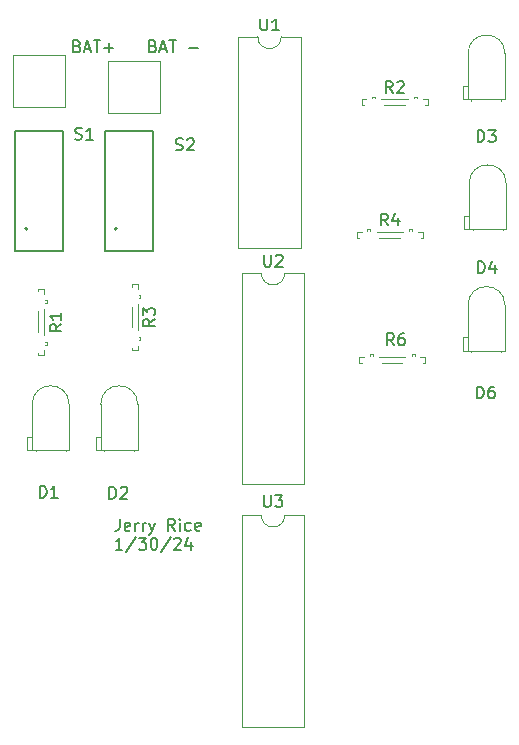
<source format=gto>
%TF.GenerationSoftware,KiCad,Pcbnew,7.0.10*%
%TF.CreationDate,2024-01-30T14:45:37-06:00*%
%TF.ProjectId,logic_gates,6c6f6769-635f-4676-9174-65732e6b6963,rev?*%
%TF.SameCoordinates,Original*%
%TF.FileFunction,Legend,Top*%
%TF.FilePolarity,Positive*%
%FSLAX46Y46*%
G04 Gerber Fmt 4.6, Leading zero omitted, Abs format (unit mm)*
G04 Created by KiCad (PCBNEW 7.0.10) date 2024-01-30 14:45:37*
%MOMM*%
%LPD*%
G01*
G04 APERTURE LIST*
%ADD10C,0.150000*%
%ADD11C,0.120000*%
%ADD12C,0.200000*%
G04 APERTURE END LIST*
D10*
X127322493Y-106359819D02*
X127322493Y-107074104D01*
X127322493Y-107074104D02*
X127274874Y-107216961D01*
X127274874Y-107216961D02*
X127179636Y-107312200D01*
X127179636Y-107312200D02*
X127036779Y-107359819D01*
X127036779Y-107359819D02*
X126941541Y-107359819D01*
X128179636Y-107312200D02*
X128084398Y-107359819D01*
X128084398Y-107359819D02*
X127893922Y-107359819D01*
X127893922Y-107359819D02*
X127798684Y-107312200D01*
X127798684Y-107312200D02*
X127751065Y-107216961D01*
X127751065Y-107216961D02*
X127751065Y-106836009D01*
X127751065Y-106836009D02*
X127798684Y-106740771D01*
X127798684Y-106740771D02*
X127893922Y-106693152D01*
X127893922Y-106693152D02*
X128084398Y-106693152D01*
X128084398Y-106693152D02*
X128179636Y-106740771D01*
X128179636Y-106740771D02*
X128227255Y-106836009D01*
X128227255Y-106836009D02*
X128227255Y-106931247D01*
X128227255Y-106931247D02*
X127751065Y-107026485D01*
X128655827Y-107359819D02*
X128655827Y-106693152D01*
X128655827Y-106883628D02*
X128703446Y-106788390D01*
X128703446Y-106788390D02*
X128751065Y-106740771D01*
X128751065Y-106740771D02*
X128846303Y-106693152D01*
X128846303Y-106693152D02*
X128941541Y-106693152D01*
X129274875Y-107359819D02*
X129274875Y-106693152D01*
X129274875Y-106883628D02*
X129322494Y-106788390D01*
X129322494Y-106788390D02*
X129370113Y-106740771D01*
X129370113Y-106740771D02*
X129465351Y-106693152D01*
X129465351Y-106693152D02*
X129560589Y-106693152D01*
X129798685Y-106693152D02*
X130036780Y-107359819D01*
X130274875Y-106693152D02*
X130036780Y-107359819D01*
X130036780Y-107359819D02*
X129941542Y-107597914D01*
X129941542Y-107597914D02*
X129893923Y-107645533D01*
X129893923Y-107645533D02*
X129798685Y-107693152D01*
X131989161Y-107359819D02*
X131655828Y-106883628D01*
X131417733Y-107359819D02*
X131417733Y-106359819D01*
X131417733Y-106359819D02*
X131798685Y-106359819D01*
X131798685Y-106359819D02*
X131893923Y-106407438D01*
X131893923Y-106407438D02*
X131941542Y-106455057D01*
X131941542Y-106455057D02*
X131989161Y-106550295D01*
X131989161Y-106550295D02*
X131989161Y-106693152D01*
X131989161Y-106693152D02*
X131941542Y-106788390D01*
X131941542Y-106788390D02*
X131893923Y-106836009D01*
X131893923Y-106836009D02*
X131798685Y-106883628D01*
X131798685Y-106883628D02*
X131417733Y-106883628D01*
X132417733Y-107359819D02*
X132417733Y-106693152D01*
X132417733Y-106359819D02*
X132370114Y-106407438D01*
X132370114Y-106407438D02*
X132417733Y-106455057D01*
X132417733Y-106455057D02*
X132465352Y-106407438D01*
X132465352Y-106407438D02*
X132417733Y-106359819D01*
X132417733Y-106359819D02*
X132417733Y-106455057D01*
X133322494Y-107312200D02*
X133227256Y-107359819D01*
X133227256Y-107359819D02*
X133036780Y-107359819D01*
X133036780Y-107359819D02*
X132941542Y-107312200D01*
X132941542Y-107312200D02*
X132893923Y-107264580D01*
X132893923Y-107264580D02*
X132846304Y-107169342D01*
X132846304Y-107169342D02*
X132846304Y-106883628D01*
X132846304Y-106883628D02*
X132893923Y-106788390D01*
X132893923Y-106788390D02*
X132941542Y-106740771D01*
X132941542Y-106740771D02*
X133036780Y-106693152D01*
X133036780Y-106693152D02*
X133227256Y-106693152D01*
X133227256Y-106693152D02*
X133322494Y-106740771D01*
X134132018Y-107312200D02*
X134036780Y-107359819D01*
X134036780Y-107359819D02*
X133846304Y-107359819D01*
X133846304Y-107359819D02*
X133751066Y-107312200D01*
X133751066Y-107312200D02*
X133703447Y-107216961D01*
X133703447Y-107216961D02*
X133703447Y-106836009D01*
X133703447Y-106836009D02*
X133751066Y-106740771D01*
X133751066Y-106740771D02*
X133846304Y-106693152D01*
X133846304Y-106693152D02*
X134036780Y-106693152D01*
X134036780Y-106693152D02*
X134132018Y-106740771D01*
X134132018Y-106740771D02*
X134179637Y-106836009D01*
X134179637Y-106836009D02*
X134179637Y-106931247D01*
X134179637Y-106931247D02*
X133703447Y-107026485D01*
X127560588Y-108969819D02*
X126989160Y-108969819D01*
X127274874Y-108969819D02*
X127274874Y-107969819D01*
X127274874Y-107969819D02*
X127179636Y-108112676D01*
X127179636Y-108112676D02*
X127084398Y-108207914D01*
X127084398Y-108207914D02*
X126989160Y-108255533D01*
X128703445Y-107922200D02*
X127846303Y-109207914D01*
X128941541Y-107969819D02*
X129560588Y-107969819D01*
X129560588Y-107969819D02*
X129227255Y-108350771D01*
X129227255Y-108350771D02*
X129370112Y-108350771D01*
X129370112Y-108350771D02*
X129465350Y-108398390D01*
X129465350Y-108398390D02*
X129512969Y-108446009D01*
X129512969Y-108446009D02*
X129560588Y-108541247D01*
X129560588Y-108541247D02*
X129560588Y-108779342D01*
X129560588Y-108779342D02*
X129512969Y-108874580D01*
X129512969Y-108874580D02*
X129465350Y-108922200D01*
X129465350Y-108922200D02*
X129370112Y-108969819D01*
X129370112Y-108969819D02*
X129084398Y-108969819D01*
X129084398Y-108969819D02*
X128989160Y-108922200D01*
X128989160Y-108922200D02*
X128941541Y-108874580D01*
X130179636Y-107969819D02*
X130274874Y-107969819D01*
X130274874Y-107969819D02*
X130370112Y-108017438D01*
X130370112Y-108017438D02*
X130417731Y-108065057D01*
X130417731Y-108065057D02*
X130465350Y-108160295D01*
X130465350Y-108160295D02*
X130512969Y-108350771D01*
X130512969Y-108350771D02*
X130512969Y-108588866D01*
X130512969Y-108588866D02*
X130465350Y-108779342D01*
X130465350Y-108779342D02*
X130417731Y-108874580D01*
X130417731Y-108874580D02*
X130370112Y-108922200D01*
X130370112Y-108922200D02*
X130274874Y-108969819D01*
X130274874Y-108969819D02*
X130179636Y-108969819D01*
X130179636Y-108969819D02*
X130084398Y-108922200D01*
X130084398Y-108922200D02*
X130036779Y-108874580D01*
X130036779Y-108874580D02*
X129989160Y-108779342D01*
X129989160Y-108779342D02*
X129941541Y-108588866D01*
X129941541Y-108588866D02*
X129941541Y-108350771D01*
X129941541Y-108350771D02*
X129989160Y-108160295D01*
X129989160Y-108160295D02*
X130036779Y-108065057D01*
X130036779Y-108065057D02*
X130084398Y-108017438D01*
X130084398Y-108017438D02*
X130179636Y-107969819D01*
X131655826Y-107922200D02*
X130798684Y-109207914D01*
X131941541Y-108065057D02*
X131989160Y-108017438D01*
X131989160Y-108017438D02*
X132084398Y-107969819D01*
X132084398Y-107969819D02*
X132322493Y-107969819D01*
X132322493Y-107969819D02*
X132417731Y-108017438D01*
X132417731Y-108017438D02*
X132465350Y-108065057D01*
X132465350Y-108065057D02*
X132512969Y-108160295D01*
X132512969Y-108160295D02*
X132512969Y-108255533D01*
X132512969Y-108255533D02*
X132465350Y-108398390D01*
X132465350Y-108398390D02*
X131893922Y-108969819D01*
X131893922Y-108969819D02*
X132512969Y-108969819D01*
X133370112Y-108303152D02*
X133370112Y-108969819D01*
X133132017Y-107922200D02*
X132893922Y-108636485D01*
X132893922Y-108636485D02*
X133512969Y-108636485D01*
X150033333Y-81514819D02*
X149700000Y-81038628D01*
X149461905Y-81514819D02*
X149461905Y-80514819D01*
X149461905Y-80514819D02*
X149842857Y-80514819D01*
X149842857Y-80514819D02*
X149938095Y-80562438D01*
X149938095Y-80562438D02*
X149985714Y-80610057D01*
X149985714Y-80610057D02*
X150033333Y-80705295D01*
X150033333Y-80705295D02*
X150033333Y-80848152D01*
X150033333Y-80848152D02*
X149985714Y-80943390D01*
X149985714Y-80943390D02*
X149938095Y-80991009D01*
X149938095Y-80991009D02*
X149842857Y-81038628D01*
X149842857Y-81038628D02*
X149461905Y-81038628D01*
X150890476Y-80848152D02*
X150890476Y-81514819D01*
X150652381Y-80467200D02*
X150414286Y-81181485D01*
X150414286Y-81181485D02*
X151033333Y-81181485D01*
X139538095Y-104354819D02*
X139538095Y-105164342D01*
X139538095Y-105164342D02*
X139585714Y-105259580D01*
X139585714Y-105259580D02*
X139633333Y-105307200D01*
X139633333Y-105307200D02*
X139728571Y-105354819D01*
X139728571Y-105354819D02*
X139919047Y-105354819D01*
X139919047Y-105354819D02*
X140014285Y-105307200D01*
X140014285Y-105307200D02*
X140061904Y-105259580D01*
X140061904Y-105259580D02*
X140109523Y-105164342D01*
X140109523Y-105164342D02*
X140109523Y-104354819D01*
X140490476Y-104354819D02*
X141109523Y-104354819D01*
X141109523Y-104354819D02*
X140776190Y-104735771D01*
X140776190Y-104735771D02*
X140919047Y-104735771D01*
X140919047Y-104735771D02*
X141014285Y-104783390D01*
X141014285Y-104783390D02*
X141061904Y-104831009D01*
X141061904Y-104831009D02*
X141109523Y-104926247D01*
X141109523Y-104926247D02*
X141109523Y-105164342D01*
X141109523Y-105164342D02*
X141061904Y-105259580D01*
X141061904Y-105259580D02*
X141014285Y-105307200D01*
X141014285Y-105307200D02*
X140919047Y-105354819D01*
X140919047Y-105354819D02*
X140633333Y-105354819D01*
X140633333Y-105354819D02*
X140538095Y-105307200D01*
X140538095Y-105307200D02*
X140490476Y-105259580D01*
X157641905Y-74439819D02*
X157641905Y-73439819D01*
X157641905Y-73439819D02*
X157880000Y-73439819D01*
X157880000Y-73439819D02*
X158022857Y-73487438D01*
X158022857Y-73487438D02*
X158118095Y-73582676D01*
X158118095Y-73582676D02*
X158165714Y-73677914D01*
X158165714Y-73677914D02*
X158213333Y-73868390D01*
X158213333Y-73868390D02*
X158213333Y-74011247D01*
X158213333Y-74011247D02*
X158165714Y-74201723D01*
X158165714Y-74201723D02*
X158118095Y-74296961D01*
X158118095Y-74296961D02*
X158022857Y-74392200D01*
X158022857Y-74392200D02*
X157880000Y-74439819D01*
X157880000Y-74439819D02*
X157641905Y-74439819D01*
X158546667Y-73439819D02*
X159165714Y-73439819D01*
X159165714Y-73439819D02*
X158832381Y-73820771D01*
X158832381Y-73820771D02*
X158975238Y-73820771D01*
X158975238Y-73820771D02*
X159070476Y-73868390D01*
X159070476Y-73868390D02*
X159118095Y-73916009D01*
X159118095Y-73916009D02*
X159165714Y-74011247D01*
X159165714Y-74011247D02*
X159165714Y-74249342D01*
X159165714Y-74249342D02*
X159118095Y-74344580D01*
X159118095Y-74344580D02*
X159070476Y-74392200D01*
X159070476Y-74392200D02*
X158975238Y-74439819D01*
X158975238Y-74439819D02*
X158689524Y-74439819D01*
X158689524Y-74439819D02*
X158594286Y-74392200D01*
X158594286Y-74392200D02*
X158546667Y-74344580D01*
X139548095Y-83999819D02*
X139548095Y-84809342D01*
X139548095Y-84809342D02*
X139595714Y-84904580D01*
X139595714Y-84904580D02*
X139643333Y-84952200D01*
X139643333Y-84952200D02*
X139738571Y-84999819D01*
X139738571Y-84999819D02*
X139929047Y-84999819D01*
X139929047Y-84999819D02*
X140024285Y-84952200D01*
X140024285Y-84952200D02*
X140071904Y-84904580D01*
X140071904Y-84904580D02*
X140119523Y-84809342D01*
X140119523Y-84809342D02*
X140119523Y-83999819D01*
X140548095Y-84095057D02*
X140595714Y-84047438D01*
X140595714Y-84047438D02*
X140690952Y-83999819D01*
X140690952Y-83999819D02*
X140929047Y-83999819D01*
X140929047Y-83999819D02*
X141024285Y-84047438D01*
X141024285Y-84047438D02*
X141071904Y-84095057D01*
X141071904Y-84095057D02*
X141119523Y-84190295D01*
X141119523Y-84190295D02*
X141119523Y-84285533D01*
X141119523Y-84285533D02*
X141071904Y-84428390D01*
X141071904Y-84428390D02*
X140500476Y-84999819D01*
X140500476Y-84999819D02*
X141119523Y-84999819D01*
X130294819Y-89466666D02*
X129818628Y-89799999D01*
X130294819Y-90038094D02*
X129294819Y-90038094D01*
X129294819Y-90038094D02*
X129294819Y-89657142D01*
X129294819Y-89657142D02*
X129342438Y-89561904D01*
X129342438Y-89561904D02*
X129390057Y-89514285D01*
X129390057Y-89514285D02*
X129485295Y-89466666D01*
X129485295Y-89466666D02*
X129628152Y-89466666D01*
X129628152Y-89466666D02*
X129723390Y-89514285D01*
X129723390Y-89514285D02*
X129771009Y-89561904D01*
X129771009Y-89561904D02*
X129818628Y-89657142D01*
X129818628Y-89657142D02*
X129818628Y-90038094D01*
X129294819Y-89133332D02*
X129294819Y-88514285D01*
X129294819Y-88514285D02*
X129675771Y-88847618D01*
X129675771Y-88847618D02*
X129675771Y-88704761D01*
X129675771Y-88704761D02*
X129723390Y-88609523D01*
X129723390Y-88609523D02*
X129771009Y-88561904D01*
X129771009Y-88561904D02*
X129866247Y-88514285D01*
X129866247Y-88514285D02*
X130104342Y-88514285D01*
X130104342Y-88514285D02*
X130199580Y-88561904D01*
X130199580Y-88561904D02*
X130247200Y-88609523D01*
X130247200Y-88609523D02*
X130294819Y-88704761D01*
X130294819Y-88704761D02*
X130294819Y-88990475D01*
X130294819Y-88990475D02*
X130247200Y-89085713D01*
X130247200Y-89085713D02*
X130199580Y-89133332D01*
X122394819Y-89866666D02*
X121918628Y-90199999D01*
X122394819Y-90438094D02*
X121394819Y-90438094D01*
X121394819Y-90438094D02*
X121394819Y-90057142D01*
X121394819Y-90057142D02*
X121442438Y-89961904D01*
X121442438Y-89961904D02*
X121490057Y-89914285D01*
X121490057Y-89914285D02*
X121585295Y-89866666D01*
X121585295Y-89866666D02*
X121728152Y-89866666D01*
X121728152Y-89866666D02*
X121823390Y-89914285D01*
X121823390Y-89914285D02*
X121871009Y-89961904D01*
X121871009Y-89961904D02*
X121918628Y-90057142D01*
X121918628Y-90057142D02*
X121918628Y-90438094D01*
X122394819Y-88914285D02*
X122394819Y-89485713D01*
X122394819Y-89199999D02*
X121394819Y-89199999D01*
X121394819Y-89199999D02*
X121537676Y-89295237D01*
X121537676Y-89295237D02*
X121632914Y-89390475D01*
X121632914Y-89390475D02*
X121680533Y-89485713D01*
X150533333Y-91654819D02*
X150200000Y-91178628D01*
X149961905Y-91654819D02*
X149961905Y-90654819D01*
X149961905Y-90654819D02*
X150342857Y-90654819D01*
X150342857Y-90654819D02*
X150438095Y-90702438D01*
X150438095Y-90702438D02*
X150485714Y-90750057D01*
X150485714Y-90750057D02*
X150533333Y-90845295D01*
X150533333Y-90845295D02*
X150533333Y-90988152D01*
X150533333Y-90988152D02*
X150485714Y-91083390D01*
X150485714Y-91083390D02*
X150438095Y-91131009D01*
X150438095Y-91131009D02*
X150342857Y-91178628D01*
X150342857Y-91178628D02*
X149961905Y-91178628D01*
X151390476Y-90654819D02*
X151200000Y-90654819D01*
X151200000Y-90654819D02*
X151104762Y-90702438D01*
X151104762Y-90702438D02*
X151057143Y-90750057D01*
X151057143Y-90750057D02*
X150961905Y-90892914D01*
X150961905Y-90892914D02*
X150914286Y-91083390D01*
X150914286Y-91083390D02*
X150914286Y-91464342D01*
X150914286Y-91464342D02*
X150961905Y-91559580D01*
X150961905Y-91559580D02*
X151009524Y-91607200D01*
X151009524Y-91607200D02*
X151104762Y-91654819D01*
X151104762Y-91654819D02*
X151295238Y-91654819D01*
X151295238Y-91654819D02*
X151390476Y-91607200D01*
X151390476Y-91607200D02*
X151438095Y-91559580D01*
X151438095Y-91559580D02*
X151485714Y-91464342D01*
X151485714Y-91464342D02*
X151485714Y-91226247D01*
X151485714Y-91226247D02*
X151438095Y-91131009D01*
X151438095Y-91131009D02*
X151390476Y-91083390D01*
X151390476Y-91083390D02*
X151295238Y-91035771D01*
X151295238Y-91035771D02*
X151104762Y-91035771D01*
X151104762Y-91035771D02*
X151009524Y-91083390D01*
X151009524Y-91083390D02*
X150961905Y-91131009D01*
X150961905Y-91131009D02*
X150914286Y-91226247D01*
X157561905Y-96154819D02*
X157561905Y-95154819D01*
X157561905Y-95154819D02*
X157800000Y-95154819D01*
X157800000Y-95154819D02*
X157942857Y-95202438D01*
X157942857Y-95202438D02*
X158038095Y-95297676D01*
X158038095Y-95297676D02*
X158085714Y-95392914D01*
X158085714Y-95392914D02*
X158133333Y-95583390D01*
X158133333Y-95583390D02*
X158133333Y-95726247D01*
X158133333Y-95726247D02*
X158085714Y-95916723D01*
X158085714Y-95916723D02*
X158038095Y-96011961D01*
X158038095Y-96011961D02*
X157942857Y-96107200D01*
X157942857Y-96107200D02*
X157800000Y-96154819D01*
X157800000Y-96154819D02*
X157561905Y-96154819D01*
X158990476Y-95154819D02*
X158800000Y-95154819D01*
X158800000Y-95154819D02*
X158704762Y-95202438D01*
X158704762Y-95202438D02*
X158657143Y-95250057D01*
X158657143Y-95250057D02*
X158561905Y-95392914D01*
X158561905Y-95392914D02*
X158514286Y-95583390D01*
X158514286Y-95583390D02*
X158514286Y-95964342D01*
X158514286Y-95964342D02*
X158561905Y-96059580D01*
X158561905Y-96059580D02*
X158609524Y-96107200D01*
X158609524Y-96107200D02*
X158704762Y-96154819D01*
X158704762Y-96154819D02*
X158895238Y-96154819D01*
X158895238Y-96154819D02*
X158990476Y-96107200D01*
X158990476Y-96107200D02*
X159038095Y-96059580D01*
X159038095Y-96059580D02*
X159085714Y-95964342D01*
X159085714Y-95964342D02*
X159085714Y-95726247D01*
X159085714Y-95726247D02*
X159038095Y-95631009D01*
X159038095Y-95631009D02*
X158990476Y-95583390D01*
X158990476Y-95583390D02*
X158895238Y-95535771D01*
X158895238Y-95535771D02*
X158704762Y-95535771D01*
X158704762Y-95535771D02*
X158609524Y-95583390D01*
X158609524Y-95583390D02*
X158561905Y-95631009D01*
X158561905Y-95631009D02*
X158514286Y-95726247D01*
X157661905Y-85554819D02*
X157661905Y-84554819D01*
X157661905Y-84554819D02*
X157900000Y-84554819D01*
X157900000Y-84554819D02*
X158042857Y-84602438D01*
X158042857Y-84602438D02*
X158138095Y-84697676D01*
X158138095Y-84697676D02*
X158185714Y-84792914D01*
X158185714Y-84792914D02*
X158233333Y-84983390D01*
X158233333Y-84983390D02*
X158233333Y-85126247D01*
X158233333Y-85126247D02*
X158185714Y-85316723D01*
X158185714Y-85316723D02*
X158138095Y-85411961D01*
X158138095Y-85411961D02*
X158042857Y-85507200D01*
X158042857Y-85507200D02*
X157900000Y-85554819D01*
X157900000Y-85554819D02*
X157661905Y-85554819D01*
X159090476Y-84888152D02*
X159090476Y-85554819D01*
X158852381Y-84507200D02*
X158614286Y-85221485D01*
X158614286Y-85221485D02*
X159233333Y-85221485D01*
X139248095Y-63999819D02*
X139248095Y-64809342D01*
X139248095Y-64809342D02*
X139295714Y-64904580D01*
X139295714Y-64904580D02*
X139343333Y-64952200D01*
X139343333Y-64952200D02*
X139438571Y-64999819D01*
X139438571Y-64999819D02*
X139629047Y-64999819D01*
X139629047Y-64999819D02*
X139724285Y-64952200D01*
X139724285Y-64952200D02*
X139771904Y-64904580D01*
X139771904Y-64904580D02*
X139819523Y-64809342D01*
X139819523Y-64809342D02*
X139819523Y-63999819D01*
X140819523Y-64999819D02*
X140248095Y-64999819D01*
X140533809Y-64999819D02*
X140533809Y-63999819D01*
X140533809Y-63999819D02*
X140438571Y-64142676D01*
X140438571Y-64142676D02*
X140343333Y-64237914D01*
X140343333Y-64237914D02*
X140248095Y-64285533D01*
X123538095Y-74207200D02*
X123680952Y-74254819D01*
X123680952Y-74254819D02*
X123919047Y-74254819D01*
X123919047Y-74254819D02*
X124014285Y-74207200D01*
X124014285Y-74207200D02*
X124061904Y-74159580D01*
X124061904Y-74159580D02*
X124109523Y-74064342D01*
X124109523Y-74064342D02*
X124109523Y-73969104D01*
X124109523Y-73969104D02*
X124061904Y-73873866D01*
X124061904Y-73873866D02*
X124014285Y-73826247D01*
X124014285Y-73826247D02*
X123919047Y-73778628D01*
X123919047Y-73778628D02*
X123728571Y-73731009D01*
X123728571Y-73731009D02*
X123633333Y-73683390D01*
X123633333Y-73683390D02*
X123585714Y-73635771D01*
X123585714Y-73635771D02*
X123538095Y-73540533D01*
X123538095Y-73540533D02*
X123538095Y-73445295D01*
X123538095Y-73445295D02*
X123585714Y-73350057D01*
X123585714Y-73350057D02*
X123633333Y-73302438D01*
X123633333Y-73302438D02*
X123728571Y-73254819D01*
X123728571Y-73254819D02*
X123966666Y-73254819D01*
X123966666Y-73254819D02*
X124109523Y-73302438D01*
X125061904Y-74254819D02*
X124490476Y-74254819D01*
X124776190Y-74254819D02*
X124776190Y-73254819D01*
X124776190Y-73254819D02*
X124680952Y-73397676D01*
X124680952Y-73397676D02*
X124585714Y-73492914D01*
X124585714Y-73492914D02*
X124490476Y-73540533D01*
X126461905Y-104654819D02*
X126461905Y-103654819D01*
X126461905Y-103654819D02*
X126700000Y-103654819D01*
X126700000Y-103654819D02*
X126842857Y-103702438D01*
X126842857Y-103702438D02*
X126938095Y-103797676D01*
X126938095Y-103797676D02*
X126985714Y-103892914D01*
X126985714Y-103892914D02*
X127033333Y-104083390D01*
X127033333Y-104083390D02*
X127033333Y-104226247D01*
X127033333Y-104226247D02*
X126985714Y-104416723D01*
X126985714Y-104416723D02*
X126938095Y-104511961D01*
X126938095Y-104511961D02*
X126842857Y-104607200D01*
X126842857Y-104607200D02*
X126700000Y-104654819D01*
X126700000Y-104654819D02*
X126461905Y-104654819D01*
X127414286Y-103750057D02*
X127461905Y-103702438D01*
X127461905Y-103702438D02*
X127557143Y-103654819D01*
X127557143Y-103654819D02*
X127795238Y-103654819D01*
X127795238Y-103654819D02*
X127890476Y-103702438D01*
X127890476Y-103702438D02*
X127938095Y-103750057D01*
X127938095Y-103750057D02*
X127985714Y-103845295D01*
X127985714Y-103845295D02*
X127985714Y-103940533D01*
X127985714Y-103940533D02*
X127938095Y-104083390D01*
X127938095Y-104083390D02*
X127366667Y-104654819D01*
X127366667Y-104654819D02*
X127985714Y-104654819D01*
X150433333Y-70314819D02*
X150100000Y-69838628D01*
X149861905Y-70314819D02*
X149861905Y-69314819D01*
X149861905Y-69314819D02*
X150242857Y-69314819D01*
X150242857Y-69314819D02*
X150338095Y-69362438D01*
X150338095Y-69362438D02*
X150385714Y-69410057D01*
X150385714Y-69410057D02*
X150433333Y-69505295D01*
X150433333Y-69505295D02*
X150433333Y-69648152D01*
X150433333Y-69648152D02*
X150385714Y-69743390D01*
X150385714Y-69743390D02*
X150338095Y-69791009D01*
X150338095Y-69791009D02*
X150242857Y-69838628D01*
X150242857Y-69838628D02*
X149861905Y-69838628D01*
X150814286Y-69410057D02*
X150861905Y-69362438D01*
X150861905Y-69362438D02*
X150957143Y-69314819D01*
X150957143Y-69314819D02*
X151195238Y-69314819D01*
X151195238Y-69314819D02*
X151290476Y-69362438D01*
X151290476Y-69362438D02*
X151338095Y-69410057D01*
X151338095Y-69410057D02*
X151385714Y-69505295D01*
X151385714Y-69505295D02*
X151385714Y-69600533D01*
X151385714Y-69600533D02*
X151338095Y-69743390D01*
X151338095Y-69743390D02*
X150766667Y-70314819D01*
X150766667Y-70314819D02*
X151385714Y-70314819D01*
X120561905Y-104554819D02*
X120561905Y-103554819D01*
X120561905Y-103554819D02*
X120800000Y-103554819D01*
X120800000Y-103554819D02*
X120942857Y-103602438D01*
X120942857Y-103602438D02*
X121038095Y-103697676D01*
X121038095Y-103697676D02*
X121085714Y-103792914D01*
X121085714Y-103792914D02*
X121133333Y-103983390D01*
X121133333Y-103983390D02*
X121133333Y-104126247D01*
X121133333Y-104126247D02*
X121085714Y-104316723D01*
X121085714Y-104316723D02*
X121038095Y-104411961D01*
X121038095Y-104411961D02*
X120942857Y-104507200D01*
X120942857Y-104507200D02*
X120800000Y-104554819D01*
X120800000Y-104554819D02*
X120561905Y-104554819D01*
X122085714Y-104554819D02*
X121514286Y-104554819D01*
X121800000Y-104554819D02*
X121800000Y-103554819D01*
X121800000Y-103554819D02*
X121704762Y-103697676D01*
X121704762Y-103697676D02*
X121609524Y-103792914D01*
X121609524Y-103792914D02*
X121514286Y-103840533D01*
X132080095Y-75107200D02*
X132222952Y-75154819D01*
X132222952Y-75154819D02*
X132461047Y-75154819D01*
X132461047Y-75154819D02*
X132556285Y-75107200D01*
X132556285Y-75107200D02*
X132603904Y-75059580D01*
X132603904Y-75059580D02*
X132651523Y-74964342D01*
X132651523Y-74964342D02*
X132651523Y-74869104D01*
X132651523Y-74869104D02*
X132603904Y-74773866D01*
X132603904Y-74773866D02*
X132556285Y-74726247D01*
X132556285Y-74726247D02*
X132461047Y-74678628D01*
X132461047Y-74678628D02*
X132270571Y-74631009D01*
X132270571Y-74631009D02*
X132175333Y-74583390D01*
X132175333Y-74583390D02*
X132127714Y-74535771D01*
X132127714Y-74535771D02*
X132080095Y-74440533D01*
X132080095Y-74440533D02*
X132080095Y-74345295D01*
X132080095Y-74345295D02*
X132127714Y-74250057D01*
X132127714Y-74250057D02*
X132175333Y-74202438D01*
X132175333Y-74202438D02*
X132270571Y-74154819D01*
X132270571Y-74154819D02*
X132508666Y-74154819D01*
X132508666Y-74154819D02*
X132651523Y-74202438D01*
X133032476Y-74250057D02*
X133080095Y-74202438D01*
X133080095Y-74202438D02*
X133175333Y-74154819D01*
X133175333Y-74154819D02*
X133413428Y-74154819D01*
X133413428Y-74154819D02*
X133508666Y-74202438D01*
X133508666Y-74202438D02*
X133556285Y-74250057D01*
X133556285Y-74250057D02*
X133603904Y-74345295D01*
X133603904Y-74345295D02*
X133603904Y-74440533D01*
X133603904Y-74440533D02*
X133556285Y-74583390D01*
X133556285Y-74583390D02*
X132984857Y-75154819D01*
X132984857Y-75154819D02*
X133603904Y-75154819D01*
X130161904Y-66331009D02*
X130304761Y-66378628D01*
X130304761Y-66378628D02*
X130352380Y-66426247D01*
X130352380Y-66426247D02*
X130399999Y-66521485D01*
X130399999Y-66521485D02*
X130399999Y-66664342D01*
X130399999Y-66664342D02*
X130352380Y-66759580D01*
X130352380Y-66759580D02*
X130304761Y-66807200D01*
X130304761Y-66807200D02*
X130209523Y-66854819D01*
X130209523Y-66854819D02*
X129828571Y-66854819D01*
X129828571Y-66854819D02*
X129828571Y-65854819D01*
X129828571Y-65854819D02*
X130161904Y-65854819D01*
X130161904Y-65854819D02*
X130257142Y-65902438D01*
X130257142Y-65902438D02*
X130304761Y-65950057D01*
X130304761Y-65950057D02*
X130352380Y-66045295D01*
X130352380Y-66045295D02*
X130352380Y-66140533D01*
X130352380Y-66140533D02*
X130304761Y-66235771D01*
X130304761Y-66235771D02*
X130257142Y-66283390D01*
X130257142Y-66283390D02*
X130161904Y-66331009D01*
X130161904Y-66331009D02*
X129828571Y-66331009D01*
X130780952Y-66569104D02*
X131257142Y-66569104D01*
X130685714Y-66854819D02*
X131019047Y-65854819D01*
X131019047Y-65854819D02*
X131352380Y-66854819D01*
X131542857Y-65854819D02*
X132114285Y-65854819D01*
X131828571Y-66854819D02*
X131828571Y-65854819D01*
X133209524Y-66473866D02*
X133971429Y-66473866D01*
X123742857Y-66331009D02*
X123885714Y-66378628D01*
X123885714Y-66378628D02*
X123933333Y-66426247D01*
X123933333Y-66426247D02*
X123980952Y-66521485D01*
X123980952Y-66521485D02*
X123980952Y-66664342D01*
X123980952Y-66664342D02*
X123933333Y-66759580D01*
X123933333Y-66759580D02*
X123885714Y-66807200D01*
X123885714Y-66807200D02*
X123790476Y-66854819D01*
X123790476Y-66854819D02*
X123409524Y-66854819D01*
X123409524Y-66854819D02*
X123409524Y-65854819D01*
X123409524Y-65854819D02*
X123742857Y-65854819D01*
X123742857Y-65854819D02*
X123838095Y-65902438D01*
X123838095Y-65902438D02*
X123885714Y-65950057D01*
X123885714Y-65950057D02*
X123933333Y-66045295D01*
X123933333Y-66045295D02*
X123933333Y-66140533D01*
X123933333Y-66140533D02*
X123885714Y-66235771D01*
X123885714Y-66235771D02*
X123838095Y-66283390D01*
X123838095Y-66283390D02*
X123742857Y-66331009D01*
X123742857Y-66331009D02*
X123409524Y-66331009D01*
X124361905Y-66569104D02*
X124838095Y-66569104D01*
X124266667Y-66854819D02*
X124600000Y-65854819D01*
X124600000Y-65854819D02*
X124933333Y-66854819D01*
X125123810Y-65854819D02*
X125695238Y-65854819D01*
X125409524Y-66854819D02*
X125409524Y-65854819D01*
X126028572Y-66473866D02*
X126790477Y-66473866D01*
X126409524Y-66854819D02*
X126409524Y-66092914D01*
D11*
%TO.C,R4*%
X153000000Y-82550000D02*
X153000000Y-82050000D01*
X153000000Y-82050000D02*
X152590000Y-82050000D01*
X152800000Y-82550000D02*
X153000000Y-82550000D01*
X152100000Y-81830000D02*
X152100000Y-81960000D01*
X151850000Y-81830000D02*
X152100000Y-81830000D01*
X151850000Y-81830000D02*
X151850000Y-81960000D01*
X151310000Y-82050000D02*
X149090000Y-82050000D01*
X149300000Y-82550000D02*
X151050000Y-82550000D01*
X148550000Y-81830000D02*
X148550000Y-81960000D01*
X148300000Y-81830000D02*
X148550000Y-81830000D01*
X148300000Y-81830000D02*
X148300000Y-81960000D01*
X147810000Y-82050000D02*
X147400000Y-82050000D01*
X147400000Y-82550000D02*
X147600000Y-82550000D01*
X147400000Y-82050000D02*
X147400000Y-82550000D01*
%TO.C,U3*%
X139310000Y-106045000D02*
G75*
G03*
X141310000Y-106045000I1000000J0D01*
G01*
X142960000Y-123945000D02*
X142960000Y-106045000D01*
X142960000Y-106045000D02*
X141310000Y-106045000D01*
X139310000Y-106045000D02*
X137660000Y-106045000D01*
X137660000Y-123945000D02*
X142960000Y-123945000D01*
X137660000Y-106045000D02*
X137660000Y-123945000D01*
%TO.C,D3*%
X159940000Y-66955000D02*
G75*
G03*
X156820000Y-66955000I-1560000J0D01*
G01*
X156420000Y-69695000D02*
X156820000Y-69695000D01*
X156420000Y-70815000D02*
X156420000Y-69695000D01*
X156820000Y-69695000D02*
X156820000Y-70815000D01*
X156820000Y-70815000D02*
X156420000Y-70815000D01*
X156820000Y-70815000D02*
X156820000Y-66955000D01*
X157110000Y-70815000D02*
X157110000Y-70815000D01*
X157110000Y-70815000D02*
X157110000Y-70945000D01*
X157110000Y-70945000D02*
X157110000Y-70815000D01*
X157110000Y-70945000D02*
X157110000Y-70945000D01*
X159650000Y-70815000D02*
X159650000Y-70815000D01*
X159650000Y-70815000D02*
X159650000Y-70945000D01*
X159650000Y-70945000D02*
X159650000Y-70815000D01*
X159650000Y-70945000D02*
X159650000Y-70945000D01*
X159940000Y-70815000D02*
X156820000Y-70815000D01*
X159940000Y-70815000D02*
X159940000Y-66955000D01*
%TO.C,U2*%
X137660000Y-85545000D02*
X137660000Y-103445000D01*
X137660000Y-103445000D02*
X142960000Y-103445000D01*
X139310000Y-85545000D02*
X137660000Y-85545000D01*
X142960000Y-85545000D02*
X141310000Y-85545000D01*
X142960000Y-103445000D02*
X142960000Y-85545000D01*
X139310000Y-85545000D02*
G75*
G03*
X141310000Y-85545000I1000000J0D01*
G01*
%TO.C,R3*%
X128350000Y-92100000D02*
X128850000Y-92100000D01*
X128850000Y-92100000D02*
X128850000Y-91690000D01*
X128350000Y-91900000D02*
X128350000Y-92100000D01*
X129070000Y-91200000D02*
X128940000Y-91200000D01*
X129070000Y-90950000D02*
X129070000Y-91200000D01*
X129070000Y-90950000D02*
X128940000Y-90950000D01*
X128850000Y-90410000D02*
X128850000Y-88190000D01*
X128350000Y-88400000D02*
X128350000Y-90150000D01*
X129070000Y-87650000D02*
X128940000Y-87650000D01*
X129070000Y-87400000D02*
X129070000Y-87650000D01*
X129070000Y-87400000D02*
X128940000Y-87400000D01*
X128850000Y-86910000D02*
X128850000Y-86500000D01*
X128350000Y-86500000D02*
X128350000Y-86700000D01*
X128850000Y-86500000D02*
X128350000Y-86500000D01*
%TO.C,R1*%
X120450000Y-92500000D02*
X120950000Y-92500000D01*
X120950000Y-92500000D02*
X120950000Y-92090000D01*
X120450000Y-92300000D02*
X120450000Y-92500000D01*
X121170000Y-91600000D02*
X121040000Y-91600000D01*
X121170000Y-91350000D02*
X121170000Y-91600000D01*
X121170000Y-91350000D02*
X121040000Y-91350000D01*
X120950000Y-90810000D02*
X120950000Y-88590000D01*
X120450000Y-88800000D02*
X120450000Y-90550000D01*
X121170000Y-88050000D02*
X121040000Y-88050000D01*
X121170000Y-87800000D02*
X121170000Y-88050000D01*
X121170000Y-87800000D02*
X121040000Y-87800000D01*
X120950000Y-87310000D02*
X120950000Y-86900000D01*
X120450000Y-86900000D02*
X120450000Y-87100000D01*
X120950000Y-86900000D02*
X120450000Y-86900000D01*
%TO.C,R6*%
X147600000Y-92650000D02*
X147600000Y-93150000D01*
X147600000Y-93150000D02*
X147800000Y-93150000D01*
X148010000Y-92650000D02*
X147600000Y-92650000D01*
X148500000Y-92430000D02*
X148500000Y-92560000D01*
X148500000Y-92430000D02*
X148750000Y-92430000D01*
X148750000Y-92430000D02*
X148750000Y-92560000D01*
X149500000Y-93150000D02*
X151250000Y-93150000D01*
X151510000Y-92650000D02*
X149290000Y-92650000D01*
X152050000Y-92430000D02*
X152050000Y-92560000D01*
X152050000Y-92430000D02*
X152300000Y-92430000D01*
X152300000Y-92430000D02*
X152300000Y-92560000D01*
X153000000Y-93150000D02*
X153200000Y-93150000D01*
X153200000Y-92650000D02*
X152790000Y-92650000D01*
X153200000Y-93150000D02*
X153200000Y-92650000D01*
%TO.C,D6*%
X159940000Y-92115000D02*
X159940000Y-88255000D01*
X159940000Y-92115000D02*
X156820000Y-92115000D01*
X159650000Y-92245000D02*
X159650000Y-92245000D01*
X159650000Y-92245000D02*
X159650000Y-92115000D01*
X159650000Y-92115000D02*
X159650000Y-92245000D01*
X159650000Y-92115000D02*
X159650000Y-92115000D01*
X157110000Y-92245000D02*
X157110000Y-92245000D01*
X157110000Y-92245000D02*
X157110000Y-92115000D01*
X157110000Y-92115000D02*
X157110000Y-92245000D01*
X157110000Y-92115000D02*
X157110000Y-92115000D01*
X156820000Y-92115000D02*
X156820000Y-88255000D01*
X156820000Y-92115000D02*
X156420000Y-92115000D01*
X156820000Y-90995000D02*
X156820000Y-92115000D01*
X156420000Y-92115000D02*
X156420000Y-90995000D01*
X156420000Y-90995000D02*
X156820000Y-90995000D01*
X159940000Y-88255000D02*
G75*
G03*
X156820000Y-88255000I-1560000J0D01*
G01*
%TO.C,D4*%
X160040000Y-81815000D02*
X160040000Y-77955000D01*
X160040000Y-81815000D02*
X156920000Y-81815000D01*
X159750000Y-81945000D02*
X159750000Y-81945000D01*
X159750000Y-81945000D02*
X159750000Y-81815000D01*
X159750000Y-81815000D02*
X159750000Y-81945000D01*
X159750000Y-81815000D02*
X159750000Y-81815000D01*
X157210000Y-81945000D02*
X157210000Y-81945000D01*
X157210000Y-81945000D02*
X157210000Y-81815000D01*
X157210000Y-81815000D02*
X157210000Y-81945000D01*
X157210000Y-81815000D02*
X157210000Y-81815000D01*
X156920000Y-81815000D02*
X156920000Y-77955000D01*
X156920000Y-81815000D02*
X156520000Y-81815000D01*
X156920000Y-80695000D02*
X156920000Y-81815000D01*
X156520000Y-81815000D02*
X156520000Y-80695000D01*
X156520000Y-80695000D02*
X156920000Y-80695000D01*
X160040000Y-77955000D02*
G75*
G03*
X156920000Y-77955000I-1560000J0D01*
G01*
%TO.C,U1*%
X139010000Y-65545000D02*
G75*
G03*
X141010000Y-65545000I1000000J0D01*
G01*
X142660000Y-83445000D02*
X142660000Y-65545000D01*
X142660000Y-65545000D02*
X141010000Y-65545000D01*
X139010000Y-65545000D02*
X137360000Y-65545000D01*
X137360000Y-83445000D02*
X142660000Y-83445000D01*
X137360000Y-65545000D02*
X137360000Y-83445000D01*
D12*
%TO.C,S1*%
X119500000Y-81800000D02*
G75*
G03*
X119300000Y-81800000I-100000J0D01*
G01*
X119300000Y-81800000D02*
G75*
G03*
X119500000Y-81800000I100000J0D01*
G01*
X122520000Y-83650000D02*
X118480000Y-83650000D01*
X122520000Y-73550000D02*
X122520000Y-83650000D01*
X118480000Y-83650000D02*
X118480000Y-73550000D01*
X118480000Y-73550000D02*
X122520000Y-73550000D01*
D11*
%TO.C,D2*%
X128840000Y-96655000D02*
G75*
G03*
X125720000Y-96655000I-1560000J0D01*
G01*
X125320000Y-99395000D02*
X125720000Y-99395000D01*
X125320000Y-100515000D02*
X125320000Y-99395000D01*
X125720000Y-99395000D02*
X125720000Y-100515000D01*
X125720000Y-100515000D02*
X125320000Y-100515000D01*
X125720000Y-100515000D02*
X125720000Y-96655000D01*
X126010000Y-100515000D02*
X126010000Y-100515000D01*
X126010000Y-100515000D02*
X126010000Y-100645000D01*
X126010000Y-100645000D02*
X126010000Y-100515000D01*
X126010000Y-100645000D02*
X126010000Y-100645000D01*
X128550000Y-100515000D02*
X128550000Y-100515000D01*
X128550000Y-100515000D02*
X128550000Y-100645000D01*
X128550000Y-100645000D02*
X128550000Y-100515000D01*
X128550000Y-100645000D02*
X128550000Y-100645000D01*
X128840000Y-100515000D02*
X125720000Y-100515000D01*
X128840000Y-100515000D02*
X128840000Y-96655000D01*
%TO.C,R2*%
X147800000Y-70850000D02*
X147800000Y-71350000D01*
X147800000Y-71350000D02*
X148000000Y-71350000D01*
X148210000Y-70850000D02*
X147800000Y-70850000D01*
X148700000Y-70630000D02*
X148700000Y-70760000D01*
X148700000Y-70630000D02*
X148950000Y-70630000D01*
X148950000Y-70630000D02*
X148950000Y-70760000D01*
X149700000Y-71350000D02*
X151450000Y-71350000D01*
X151710000Y-70850000D02*
X149490000Y-70850000D01*
X152250000Y-70630000D02*
X152250000Y-70760000D01*
X152250000Y-70630000D02*
X152500000Y-70630000D01*
X152500000Y-70630000D02*
X152500000Y-70760000D01*
X153200000Y-71350000D02*
X153400000Y-71350000D01*
X153400000Y-70850000D02*
X152990000Y-70850000D01*
X153400000Y-71350000D02*
X153400000Y-70850000D01*
%TO.C,D1*%
X123040000Y-96655000D02*
G75*
G03*
X119920000Y-96655000I-1560000J0D01*
G01*
X119520000Y-99395000D02*
X119920000Y-99395000D01*
X119520000Y-100515000D02*
X119520000Y-99395000D01*
X119920000Y-99395000D02*
X119920000Y-100515000D01*
X119920000Y-100515000D02*
X119520000Y-100515000D01*
X119920000Y-100515000D02*
X119920000Y-96655000D01*
X120210000Y-100515000D02*
X120210000Y-100515000D01*
X120210000Y-100515000D02*
X120210000Y-100645000D01*
X120210000Y-100645000D02*
X120210000Y-100515000D01*
X120210000Y-100645000D02*
X120210000Y-100645000D01*
X122750000Y-100515000D02*
X122750000Y-100515000D01*
X122750000Y-100515000D02*
X122750000Y-100645000D01*
X122750000Y-100645000D02*
X122750000Y-100515000D01*
X122750000Y-100645000D02*
X122750000Y-100645000D01*
X123040000Y-100515000D02*
X119920000Y-100515000D01*
X123040000Y-100515000D02*
X123040000Y-96655000D01*
D12*
%TO.C,S2*%
X126080000Y-73550000D02*
X130120000Y-73550000D01*
X126080000Y-83650000D02*
X126080000Y-73550000D01*
X130120000Y-73550000D02*
X130120000Y-83650000D01*
X130120000Y-83650000D02*
X126080000Y-83650000D01*
X127100000Y-81800000D02*
G75*
G03*
X126900000Y-81800000I-100000J0D01*
G01*
X126900000Y-81800000D02*
G75*
G03*
X127100000Y-81800000I100000J0D01*
G01*
D11*
%TO.C,BAT -*%
X126300000Y-67600000D02*
X130700000Y-67600000D01*
X130700000Y-72000000D02*
X126300000Y-72000000D01*
X126300000Y-72000000D02*
X126300000Y-67600000D01*
X130700000Y-67600000D02*
X130700000Y-72000000D01*
%TO.C,BAT+*%
X118300000Y-67100000D02*
X122700000Y-67100000D01*
X122700000Y-71500000D02*
X118300000Y-71500000D01*
X118300000Y-71500000D02*
X118300000Y-67100000D01*
X122700000Y-67100000D02*
X122700000Y-71500000D01*
%TD*%
M02*

</source>
